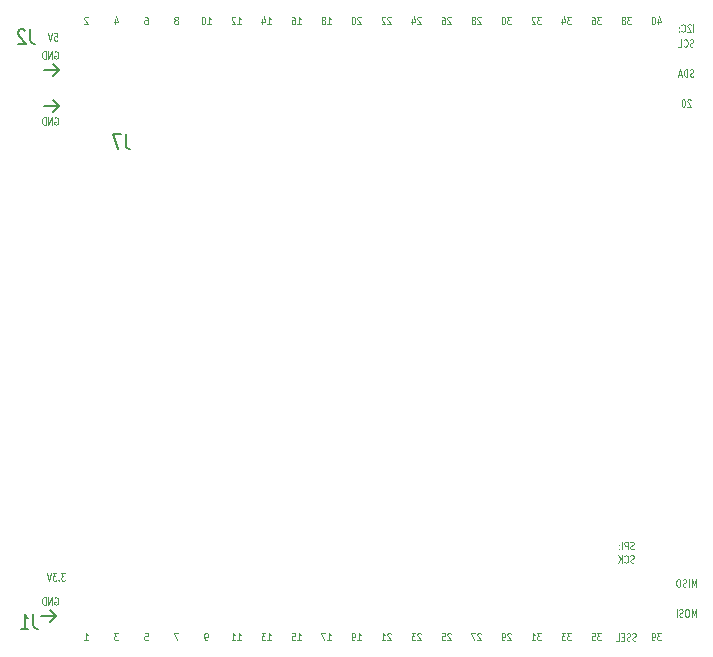
<source format=gbo>
G04 #@! TF.GenerationSoftware,KiCad,Pcbnew,(5.1.0)-1*
G04 #@! TF.CreationDate,2019-11-27T23:02:56+01:00*
G04 #@! TF.ProjectId,Canna,43616e6e-612e-46b6-9963-61645f706362,1*
G04 #@! TF.SameCoordinates,Original*
G04 #@! TF.FileFunction,Legend,Bot*
G04 #@! TF.FilePolarity,Positive*
%FSLAX46Y46*%
G04 Gerber Fmt 4.6, Leading zero omitted, Abs format (unit mm)*
G04 Created by KiCad (PCBNEW (5.1.0)-1) date 2019-11-27 23:02:56*
%MOMM*%
%LPD*%
G04 APERTURE LIST*
%ADD10C,0.101600*%
%ADD11C,0.203200*%
G04 APERTURE END LIST*
D10*
X119222761Y-70264261D02*
X119464666Y-70264261D01*
X119488857Y-70566642D01*
X119464666Y-70536404D01*
X119416285Y-70506166D01*
X119295333Y-70506166D01*
X119246952Y-70536404D01*
X119222761Y-70566642D01*
X119198571Y-70627119D01*
X119198571Y-70778309D01*
X119222761Y-70838785D01*
X119246952Y-70869023D01*
X119295333Y-70899261D01*
X119416285Y-70899261D01*
X119464666Y-70869023D01*
X119488857Y-70838785D01*
X119053428Y-70264261D02*
X118884095Y-70899261D01*
X118714761Y-70264261D01*
X119259047Y-71818500D02*
X119307428Y-71788261D01*
X119380000Y-71788261D01*
X119452571Y-71818500D01*
X119500952Y-71878976D01*
X119525142Y-71939452D01*
X119549333Y-72060404D01*
X119549333Y-72151119D01*
X119525142Y-72272071D01*
X119500952Y-72332547D01*
X119452571Y-72393023D01*
X119380000Y-72423261D01*
X119331619Y-72423261D01*
X119259047Y-72393023D01*
X119234857Y-72362785D01*
X119234857Y-72151119D01*
X119331619Y-72151119D01*
X119017142Y-72423261D02*
X119017142Y-71788261D01*
X118726857Y-72423261D01*
X118726857Y-71788261D01*
X118484952Y-72423261D02*
X118484952Y-71788261D01*
X118364000Y-71788261D01*
X118291428Y-71818500D01*
X118243047Y-71878976D01*
X118218857Y-71939452D01*
X118194666Y-72060404D01*
X118194666Y-72151119D01*
X118218857Y-72272071D01*
X118243047Y-72332547D01*
X118291428Y-72393023D01*
X118364000Y-72423261D01*
X118484952Y-72423261D01*
D11*
X118364000Y-73406000D02*
X119634000Y-73406000D01*
X119634000Y-73406000D02*
X119126000Y-72898000D01*
X119634000Y-73406000D02*
X119126000Y-73914000D01*
X119634000Y-76454000D02*
X118364000Y-76454000D01*
X119634000Y-76454000D02*
X119126000Y-75946000D01*
X119634000Y-76454000D02*
X119126000Y-76962000D01*
D10*
X119259047Y-77406500D02*
X119307428Y-77376261D01*
X119380000Y-77376261D01*
X119452571Y-77406500D01*
X119500952Y-77466976D01*
X119525142Y-77527452D01*
X119549333Y-77648404D01*
X119549333Y-77739119D01*
X119525142Y-77860071D01*
X119500952Y-77920547D01*
X119452571Y-77981023D01*
X119380000Y-78011261D01*
X119331619Y-78011261D01*
X119259047Y-77981023D01*
X119234857Y-77950785D01*
X119234857Y-77739119D01*
X119331619Y-77739119D01*
X119017142Y-78011261D02*
X119017142Y-77376261D01*
X118726857Y-78011261D01*
X118726857Y-77376261D01*
X118484952Y-78011261D02*
X118484952Y-77376261D01*
X118364000Y-77376261D01*
X118291428Y-77406500D01*
X118243047Y-77466976D01*
X118218857Y-77527452D01*
X118194666Y-77648404D01*
X118194666Y-77739119D01*
X118218857Y-77860071D01*
X118243047Y-77920547D01*
X118291428Y-77981023D01*
X118364000Y-78011261D01*
X118484952Y-78011261D01*
X173336857Y-73917023D02*
X173264285Y-73947261D01*
X173143333Y-73947261D01*
X173094952Y-73917023D01*
X173070761Y-73886785D01*
X173046571Y-73826309D01*
X173046571Y-73765833D01*
X173070761Y-73705357D01*
X173094952Y-73675119D01*
X173143333Y-73644880D01*
X173240095Y-73614642D01*
X173288476Y-73584404D01*
X173312666Y-73554166D01*
X173336857Y-73493690D01*
X173336857Y-73433214D01*
X173312666Y-73372738D01*
X173288476Y-73342500D01*
X173240095Y-73312261D01*
X173119142Y-73312261D01*
X173046571Y-73342500D01*
X172828857Y-73947261D02*
X172828857Y-73312261D01*
X172707904Y-73312261D01*
X172635333Y-73342500D01*
X172586952Y-73402976D01*
X172562761Y-73463452D01*
X172538571Y-73584404D01*
X172538571Y-73675119D01*
X172562761Y-73796071D01*
X172586952Y-73856547D01*
X172635333Y-73917023D01*
X172707904Y-73947261D01*
X172828857Y-73947261D01*
X172345047Y-73765833D02*
X172103142Y-73765833D01*
X172393428Y-73947261D02*
X172224095Y-73312261D01*
X172054761Y-73947261D01*
X173324761Y-71377023D02*
X173252190Y-71407261D01*
X173131238Y-71407261D01*
X173082857Y-71377023D01*
X173058666Y-71346785D01*
X173034476Y-71286309D01*
X173034476Y-71225833D01*
X173058666Y-71165357D01*
X173082857Y-71135119D01*
X173131238Y-71104880D01*
X173228000Y-71074642D01*
X173276380Y-71044404D01*
X173300571Y-71014166D01*
X173324761Y-70953690D01*
X173324761Y-70893214D01*
X173300571Y-70832738D01*
X173276380Y-70802500D01*
X173228000Y-70772261D01*
X173107047Y-70772261D01*
X173034476Y-70802500D01*
X172526476Y-71346785D02*
X172550666Y-71377023D01*
X172623238Y-71407261D01*
X172671619Y-71407261D01*
X172744190Y-71377023D01*
X172792571Y-71316547D01*
X172816761Y-71256071D01*
X172840952Y-71135119D01*
X172840952Y-71044404D01*
X172816761Y-70923452D01*
X172792571Y-70862976D01*
X172744190Y-70802500D01*
X172671619Y-70772261D01*
X172623238Y-70772261D01*
X172550666Y-70802500D01*
X172526476Y-70832738D01*
X172066857Y-71407261D02*
X172308761Y-71407261D01*
X172308761Y-70772261D01*
X173336857Y-70137261D02*
X173336857Y-69502261D01*
X173119142Y-69562738D02*
X173094952Y-69532500D01*
X173046571Y-69502261D01*
X172925619Y-69502261D01*
X172877238Y-69532500D01*
X172853047Y-69562738D01*
X172828857Y-69623214D01*
X172828857Y-69683690D01*
X172853047Y-69774404D01*
X173143333Y-70137261D01*
X172828857Y-70137261D01*
X172320857Y-70076785D02*
X172345047Y-70107023D01*
X172417619Y-70137261D01*
X172466000Y-70137261D01*
X172538571Y-70107023D01*
X172586952Y-70046547D01*
X172611142Y-69986071D01*
X172635333Y-69865119D01*
X172635333Y-69774404D01*
X172611142Y-69653452D01*
X172586952Y-69592976D01*
X172538571Y-69532500D01*
X172466000Y-69502261D01*
X172417619Y-69502261D01*
X172345047Y-69532500D01*
X172320857Y-69562738D01*
X172103142Y-70076785D02*
X172078952Y-70107023D01*
X172103142Y-70137261D01*
X172127333Y-70107023D01*
X172103142Y-70076785D01*
X172103142Y-70137261D01*
X172103142Y-69744166D02*
X172078952Y-69774404D01*
X172103142Y-69804642D01*
X172127333Y-69774404D01*
X172103142Y-69744166D01*
X172103142Y-69804642D01*
X173107047Y-75912738D02*
X173082857Y-75882500D01*
X173034476Y-75852261D01*
X172913523Y-75852261D01*
X172865142Y-75882500D01*
X172840952Y-75912738D01*
X172816761Y-75973214D01*
X172816761Y-76033690D01*
X172840952Y-76124404D01*
X173131238Y-76487261D01*
X172816761Y-76487261D01*
X172502285Y-75852261D02*
X172453904Y-75852261D01*
X172405523Y-75882500D01*
X172381333Y-75912738D01*
X172357142Y-75973214D01*
X172332952Y-76094166D01*
X172332952Y-76245357D01*
X172357142Y-76366309D01*
X172381333Y-76426785D01*
X172405523Y-76457023D01*
X172453904Y-76487261D01*
X172502285Y-76487261D01*
X172550666Y-76457023D01*
X172574857Y-76426785D01*
X172599047Y-76366309D01*
X172623238Y-76245357D01*
X172623238Y-76094166D01*
X172599047Y-75973214D01*
X172574857Y-75912738D01*
X172550666Y-75882500D01*
X172502285Y-75852261D01*
X173518285Y-119667261D02*
X173518285Y-119032261D01*
X173348952Y-119485833D01*
X173179619Y-119032261D01*
X173179619Y-119667261D01*
X172840952Y-119032261D02*
X172744190Y-119032261D01*
X172695809Y-119062500D01*
X172647428Y-119122976D01*
X172623238Y-119243928D01*
X172623238Y-119455595D01*
X172647428Y-119576547D01*
X172695809Y-119637023D01*
X172744190Y-119667261D01*
X172840952Y-119667261D01*
X172889333Y-119637023D01*
X172937714Y-119576547D01*
X172961904Y-119455595D01*
X172961904Y-119243928D01*
X172937714Y-119122976D01*
X172889333Y-119062500D01*
X172840952Y-119032261D01*
X172429714Y-119637023D02*
X172357142Y-119667261D01*
X172236190Y-119667261D01*
X172187809Y-119637023D01*
X172163619Y-119606785D01*
X172139428Y-119546309D01*
X172139428Y-119485833D01*
X172163619Y-119425357D01*
X172187809Y-119395119D01*
X172236190Y-119364880D01*
X172332952Y-119334642D01*
X172381333Y-119304404D01*
X172405523Y-119274166D01*
X172429714Y-119213690D01*
X172429714Y-119153214D01*
X172405523Y-119092738D01*
X172381333Y-119062500D01*
X172332952Y-119032261D01*
X172212000Y-119032261D01*
X172139428Y-119062500D01*
X171921714Y-119667261D02*
X171921714Y-119032261D01*
X173518285Y-117127261D02*
X173518285Y-116492261D01*
X173348952Y-116945833D01*
X173179619Y-116492261D01*
X173179619Y-117127261D01*
X172937714Y-117127261D02*
X172937714Y-116492261D01*
X172720000Y-117097023D02*
X172647428Y-117127261D01*
X172526476Y-117127261D01*
X172478095Y-117097023D01*
X172453904Y-117066785D01*
X172429714Y-117006309D01*
X172429714Y-116945833D01*
X172453904Y-116885357D01*
X172478095Y-116855119D01*
X172526476Y-116824880D01*
X172623238Y-116794642D01*
X172671619Y-116764404D01*
X172695809Y-116734166D01*
X172720000Y-116673690D01*
X172720000Y-116613214D01*
X172695809Y-116552738D01*
X172671619Y-116522500D01*
X172623238Y-116492261D01*
X172502285Y-116492261D01*
X172429714Y-116522500D01*
X172115238Y-116492261D02*
X172018476Y-116492261D01*
X171970095Y-116522500D01*
X171921714Y-116582976D01*
X171897523Y-116703928D01*
X171897523Y-116915595D01*
X171921714Y-117036547D01*
X171970095Y-117097023D01*
X172018476Y-117127261D01*
X172115238Y-117127261D01*
X172163619Y-117097023D01*
X172212000Y-117036547D01*
X172236190Y-116915595D01*
X172236190Y-116703928D01*
X172212000Y-116582976D01*
X172163619Y-116522500D01*
X172115238Y-116492261D01*
X168293142Y-115065023D02*
X168220571Y-115095261D01*
X168099619Y-115095261D01*
X168051238Y-115065023D01*
X168027047Y-115034785D01*
X168002857Y-114974309D01*
X168002857Y-114913833D01*
X168027047Y-114853357D01*
X168051238Y-114823119D01*
X168099619Y-114792880D01*
X168196380Y-114762642D01*
X168244761Y-114732404D01*
X168268952Y-114702166D01*
X168293142Y-114641690D01*
X168293142Y-114581214D01*
X168268952Y-114520738D01*
X168244761Y-114490500D01*
X168196380Y-114460261D01*
X168075428Y-114460261D01*
X168002857Y-114490500D01*
X167494857Y-115034785D02*
X167519047Y-115065023D01*
X167591619Y-115095261D01*
X167640000Y-115095261D01*
X167712571Y-115065023D01*
X167760952Y-115004547D01*
X167785142Y-114944071D01*
X167809333Y-114823119D01*
X167809333Y-114732404D01*
X167785142Y-114611452D01*
X167760952Y-114550976D01*
X167712571Y-114490500D01*
X167640000Y-114460261D01*
X167591619Y-114460261D01*
X167519047Y-114490500D01*
X167494857Y-114520738D01*
X167277142Y-115095261D02*
X167277142Y-114460261D01*
X166986857Y-115095261D02*
X167204571Y-114732404D01*
X166986857Y-114460261D02*
X167277142Y-114823119D01*
X168281047Y-113922023D02*
X168208476Y-113952261D01*
X168087523Y-113952261D01*
X168039142Y-113922023D01*
X168014952Y-113891785D01*
X167990761Y-113831309D01*
X167990761Y-113770833D01*
X168014952Y-113710357D01*
X168039142Y-113680119D01*
X168087523Y-113649880D01*
X168184285Y-113619642D01*
X168232666Y-113589404D01*
X168256857Y-113559166D01*
X168281047Y-113498690D01*
X168281047Y-113438214D01*
X168256857Y-113377738D01*
X168232666Y-113347500D01*
X168184285Y-113317261D01*
X168063333Y-113317261D01*
X167990761Y-113347500D01*
X167773047Y-113952261D02*
X167773047Y-113317261D01*
X167579523Y-113317261D01*
X167531142Y-113347500D01*
X167506952Y-113377738D01*
X167482761Y-113438214D01*
X167482761Y-113528928D01*
X167506952Y-113589404D01*
X167531142Y-113619642D01*
X167579523Y-113649880D01*
X167773047Y-113649880D01*
X167265047Y-113952261D02*
X167265047Y-113317261D01*
X167023142Y-113891785D02*
X166998952Y-113922023D01*
X167023142Y-113952261D01*
X167047333Y-113922023D01*
X167023142Y-113891785D01*
X167023142Y-113952261D01*
X167023142Y-113559166D02*
X166998952Y-113589404D01*
X167023142Y-113619642D01*
X167047333Y-113589404D01*
X167023142Y-113559166D01*
X167023142Y-113619642D01*
X119259047Y-118046500D02*
X119307428Y-118016261D01*
X119380000Y-118016261D01*
X119452571Y-118046500D01*
X119500952Y-118106976D01*
X119525142Y-118167452D01*
X119549333Y-118288404D01*
X119549333Y-118379119D01*
X119525142Y-118500071D01*
X119500952Y-118560547D01*
X119452571Y-118621023D01*
X119380000Y-118651261D01*
X119331619Y-118651261D01*
X119259047Y-118621023D01*
X119234857Y-118590785D01*
X119234857Y-118379119D01*
X119331619Y-118379119D01*
X119017142Y-118651261D02*
X119017142Y-118016261D01*
X118726857Y-118651261D01*
X118726857Y-118016261D01*
X118484952Y-118651261D02*
X118484952Y-118016261D01*
X118364000Y-118016261D01*
X118291428Y-118046500D01*
X118243047Y-118106976D01*
X118218857Y-118167452D01*
X118194666Y-118288404D01*
X118194666Y-118379119D01*
X118218857Y-118500071D01*
X118243047Y-118560547D01*
X118291428Y-118621023D01*
X118364000Y-118651261D01*
X118484952Y-118651261D01*
X120129904Y-115984261D02*
X119815428Y-115984261D01*
X119984761Y-116226166D01*
X119912190Y-116226166D01*
X119863809Y-116256404D01*
X119839619Y-116286642D01*
X119815428Y-116347119D01*
X119815428Y-116498309D01*
X119839619Y-116558785D01*
X119863809Y-116589023D01*
X119912190Y-116619261D01*
X120057333Y-116619261D01*
X120105714Y-116589023D01*
X120129904Y-116558785D01*
X119597714Y-116558785D02*
X119573523Y-116589023D01*
X119597714Y-116619261D01*
X119621904Y-116589023D01*
X119597714Y-116558785D01*
X119597714Y-116619261D01*
X119404190Y-115984261D02*
X119089714Y-115984261D01*
X119259047Y-116226166D01*
X119186476Y-116226166D01*
X119138095Y-116256404D01*
X119113904Y-116286642D01*
X119089714Y-116347119D01*
X119089714Y-116498309D01*
X119113904Y-116558785D01*
X119138095Y-116589023D01*
X119186476Y-116619261D01*
X119331619Y-116619261D01*
X119380000Y-116589023D01*
X119404190Y-116558785D01*
X118944571Y-115984261D02*
X118775238Y-116619261D01*
X118605904Y-115984261D01*
D11*
X119380000Y-119634000D02*
X118110000Y-119634000D01*
X119380000Y-119634000D02*
X118872000Y-119126000D01*
X119380000Y-119634000D02*
X118872000Y-120142000D01*
D10*
X121774857Y-121661161D02*
X122065142Y-121661161D01*
X121920000Y-121661161D02*
X121920000Y-121026161D01*
X121968380Y-121116876D01*
X122016761Y-121177352D01*
X122065142Y-121207590D01*
D11*
X117432666Y-119446523D02*
X117432666Y-120353666D01*
X117481047Y-120535095D01*
X117577809Y-120656047D01*
X117722952Y-120716523D01*
X117819714Y-120716523D01*
X116416666Y-120716523D02*
X116997238Y-120716523D01*
X116706952Y-120716523D02*
X116706952Y-119446523D01*
X116803714Y-119627952D01*
X116900476Y-119748904D01*
X116997238Y-119809380D01*
X125258666Y-78806523D02*
X125258666Y-79713666D01*
X125307047Y-79895095D01*
X125403809Y-80016047D01*
X125548952Y-80076523D01*
X125645714Y-80076523D01*
X124871619Y-78806523D02*
X124194285Y-78806523D01*
X124629714Y-80076523D01*
X117178666Y-69916523D02*
X117178666Y-70823666D01*
X117227047Y-71005095D01*
X117323809Y-71126047D01*
X117468952Y-71186523D01*
X117565714Y-71186523D01*
X116743238Y-70037476D02*
X116694857Y-69977000D01*
X116598095Y-69916523D01*
X116356190Y-69916523D01*
X116259428Y-69977000D01*
X116211047Y-70037476D01*
X116162666Y-70158428D01*
X116162666Y-70279380D01*
X116211047Y-70460809D01*
X116791619Y-71186523D01*
X116162666Y-71186523D01*
D10*
X122065142Y-68927738D02*
X122040952Y-68897500D01*
X121992571Y-68867261D01*
X121871619Y-68867261D01*
X121823238Y-68897500D01*
X121799047Y-68927738D01*
X121774857Y-68988214D01*
X121774857Y-69048690D01*
X121799047Y-69139404D01*
X122089333Y-69502261D01*
X121774857Y-69502261D01*
X124363238Y-69078928D02*
X124363238Y-69502261D01*
X124484190Y-68837023D02*
X124605142Y-69290595D01*
X124290666Y-69290595D01*
X126903238Y-68867261D02*
X127000000Y-68867261D01*
X127048380Y-68897500D01*
X127072571Y-68927738D01*
X127120952Y-69018452D01*
X127145142Y-69139404D01*
X127145142Y-69381309D01*
X127120952Y-69441785D01*
X127096761Y-69472023D01*
X127048380Y-69502261D01*
X126951619Y-69502261D01*
X126903238Y-69472023D01*
X126879047Y-69441785D01*
X126854857Y-69381309D01*
X126854857Y-69230119D01*
X126879047Y-69169642D01*
X126903238Y-69139404D01*
X126951619Y-69109166D01*
X127048380Y-69109166D01*
X127096761Y-69139404D01*
X127120952Y-69169642D01*
X127145142Y-69230119D01*
X129588380Y-69139404D02*
X129636761Y-69109166D01*
X129660952Y-69078928D01*
X129685142Y-69018452D01*
X129685142Y-68988214D01*
X129660952Y-68927738D01*
X129636761Y-68897500D01*
X129588380Y-68867261D01*
X129491619Y-68867261D01*
X129443238Y-68897500D01*
X129419047Y-68927738D01*
X129394857Y-68988214D01*
X129394857Y-69018452D01*
X129419047Y-69078928D01*
X129443238Y-69109166D01*
X129491619Y-69139404D01*
X129588380Y-69139404D01*
X129636761Y-69169642D01*
X129660952Y-69199880D01*
X129685142Y-69260357D01*
X129685142Y-69381309D01*
X129660952Y-69441785D01*
X129636761Y-69472023D01*
X129588380Y-69502261D01*
X129491619Y-69502261D01*
X129443238Y-69472023D01*
X129419047Y-69441785D01*
X129394857Y-69381309D01*
X129394857Y-69260357D01*
X129419047Y-69199880D01*
X129443238Y-69169642D01*
X129491619Y-69139404D01*
X132176761Y-69502261D02*
X132467047Y-69502261D01*
X132321904Y-69502261D02*
X132321904Y-68867261D01*
X132370285Y-68957976D01*
X132418666Y-69018452D01*
X132467047Y-69048690D01*
X131862285Y-68867261D02*
X131813904Y-68867261D01*
X131765523Y-68897500D01*
X131741333Y-68927738D01*
X131717142Y-68988214D01*
X131692952Y-69109166D01*
X131692952Y-69260357D01*
X131717142Y-69381309D01*
X131741333Y-69441785D01*
X131765523Y-69472023D01*
X131813904Y-69502261D01*
X131862285Y-69502261D01*
X131910666Y-69472023D01*
X131934857Y-69441785D01*
X131959047Y-69381309D01*
X131983238Y-69260357D01*
X131983238Y-69109166D01*
X131959047Y-68988214D01*
X131934857Y-68927738D01*
X131910666Y-68897500D01*
X131862285Y-68867261D01*
X134716761Y-69502261D02*
X135007047Y-69502261D01*
X134861904Y-69502261D02*
X134861904Y-68867261D01*
X134910285Y-68957976D01*
X134958666Y-69018452D01*
X135007047Y-69048690D01*
X134523238Y-68927738D02*
X134499047Y-68897500D01*
X134450666Y-68867261D01*
X134329714Y-68867261D01*
X134281333Y-68897500D01*
X134257142Y-68927738D01*
X134232952Y-68988214D01*
X134232952Y-69048690D01*
X134257142Y-69139404D01*
X134547428Y-69502261D01*
X134232952Y-69502261D01*
X137256761Y-69502261D02*
X137547047Y-69502261D01*
X137401904Y-69502261D02*
X137401904Y-68867261D01*
X137450285Y-68957976D01*
X137498666Y-69018452D01*
X137547047Y-69048690D01*
X136821333Y-69078928D02*
X136821333Y-69502261D01*
X136942285Y-68837023D02*
X137063238Y-69290595D01*
X136748761Y-69290595D01*
X139796761Y-69502261D02*
X140087047Y-69502261D01*
X139941904Y-69502261D02*
X139941904Y-68867261D01*
X139990285Y-68957976D01*
X140038666Y-69018452D01*
X140087047Y-69048690D01*
X139361333Y-68867261D02*
X139458095Y-68867261D01*
X139506476Y-68897500D01*
X139530666Y-68927738D01*
X139579047Y-69018452D01*
X139603238Y-69139404D01*
X139603238Y-69381309D01*
X139579047Y-69441785D01*
X139554857Y-69472023D01*
X139506476Y-69502261D01*
X139409714Y-69502261D01*
X139361333Y-69472023D01*
X139337142Y-69441785D01*
X139312952Y-69381309D01*
X139312952Y-69230119D01*
X139337142Y-69169642D01*
X139361333Y-69139404D01*
X139409714Y-69109166D01*
X139506476Y-69109166D01*
X139554857Y-69139404D01*
X139579047Y-69169642D01*
X139603238Y-69230119D01*
X142336761Y-69502261D02*
X142627047Y-69502261D01*
X142481904Y-69502261D02*
X142481904Y-68867261D01*
X142530285Y-68957976D01*
X142578666Y-69018452D01*
X142627047Y-69048690D01*
X142046476Y-69139404D02*
X142094857Y-69109166D01*
X142119047Y-69078928D01*
X142143238Y-69018452D01*
X142143238Y-68988214D01*
X142119047Y-68927738D01*
X142094857Y-68897500D01*
X142046476Y-68867261D01*
X141949714Y-68867261D01*
X141901333Y-68897500D01*
X141877142Y-68927738D01*
X141852952Y-68988214D01*
X141852952Y-69018452D01*
X141877142Y-69078928D01*
X141901333Y-69109166D01*
X141949714Y-69139404D01*
X142046476Y-69139404D01*
X142094857Y-69169642D01*
X142119047Y-69199880D01*
X142143238Y-69260357D01*
X142143238Y-69381309D01*
X142119047Y-69441785D01*
X142094857Y-69472023D01*
X142046476Y-69502261D01*
X141949714Y-69502261D01*
X141901333Y-69472023D01*
X141877142Y-69441785D01*
X141852952Y-69381309D01*
X141852952Y-69260357D01*
X141877142Y-69199880D01*
X141901333Y-69169642D01*
X141949714Y-69139404D01*
X145167047Y-68927738D02*
X145142857Y-68897500D01*
X145094476Y-68867261D01*
X144973523Y-68867261D01*
X144925142Y-68897500D01*
X144900952Y-68927738D01*
X144876761Y-68988214D01*
X144876761Y-69048690D01*
X144900952Y-69139404D01*
X145191238Y-69502261D01*
X144876761Y-69502261D01*
X144562285Y-68867261D02*
X144513904Y-68867261D01*
X144465523Y-68897500D01*
X144441333Y-68927738D01*
X144417142Y-68988214D01*
X144392952Y-69109166D01*
X144392952Y-69260357D01*
X144417142Y-69381309D01*
X144441333Y-69441785D01*
X144465523Y-69472023D01*
X144513904Y-69502261D01*
X144562285Y-69502261D01*
X144610666Y-69472023D01*
X144634857Y-69441785D01*
X144659047Y-69381309D01*
X144683238Y-69260357D01*
X144683238Y-69109166D01*
X144659047Y-68988214D01*
X144634857Y-68927738D01*
X144610666Y-68897500D01*
X144562285Y-68867261D01*
X147707047Y-68927738D02*
X147682857Y-68897500D01*
X147634476Y-68867261D01*
X147513523Y-68867261D01*
X147465142Y-68897500D01*
X147440952Y-68927738D01*
X147416761Y-68988214D01*
X147416761Y-69048690D01*
X147440952Y-69139404D01*
X147731238Y-69502261D01*
X147416761Y-69502261D01*
X147223238Y-68927738D02*
X147199047Y-68897500D01*
X147150666Y-68867261D01*
X147029714Y-68867261D01*
X146981333Y-68897500D01*
X146957142Y-68927738D01*
X146932952Y-68988214D01*
X146932952Y-69048690D01*
X146957142Y-69139404D01*
X147247428Y-69502261D01*
X146932952Y-69502261D01*
X150247047Y-68927738D02*
X150222857Y-68897500D01*
X150174476Y-68867261D01*
X150053523Y-68867261D01*
X150005142Y-68897500D01*
X149980952Y-68927738D01*
X149956761Y-68988214D01*
X149956761Y-69048690D01*
X149980952Y-69139404D01*
X150271238Y-69502261D01*
X149956761Y-69502261D01*
X149521333Y-69078928D02*
X149521333Y-69502261D01*
X149642285Y-68837023D02*
X149763238Y-69290595D01*
X149448761Y-69290595D01*
X152787047Y-68927738D02*
X152762857Y-68897500D01*
X152714476Y-68867261D01*
X152593523Y-68867261D01*
X152545142Y-68897500D01*
X152520952Y-68927738D01*
X152496761Y-68988214D01*
X152496761Y-69048690D01*
X152520952Y-69139404D01*
X152811238Y-69502261D01*
X152496761Y-69502261D01*
X152061333Y-68867261D02*
X152158095Y-68867261D01*
X152206476Y-68897500D01*
X152230666Y-68927738D01*
X152279047Y-69018452D01*
X152303238Y-69139404D01*
X152303238Y-69381309D01*
X152279047Y-69441785D01*
X152254857Y-69472023D01*
X152206476Y-69502261D01*
X152109714Y-69502261D01*
X152061333Y-69472023D01*
X152037142Y-69441785D01*
X152012952Y-69381309D01*
X152012952Y-69230119D01*
X152037142Y-69169642D01*
X152061333Y-69139404D01*
X152109714Y-69109166D01*
X152206476Y-69109166D01*
X152254857Y-69139404D01*
X152279047Y-69169642D01*
X152303238Y-69230119D01*
X155327047Y-68927738D02*
X155302857Y-68897500D01*
X155254476Y-68867261D01*
X155133523Y-68867261D01*
X155085142Y-68897500D01*
X155060952Y-68927738D01*
X155036761Y-68988214D01*
X155036761Y-69048690D01*
X155060952Y-69139404D01*
X155351238Y-69502261D01*
X155036761Y-69502261D01*
X154746476Y-69139404D02*
X154794857Y-69109166D01*
X154819047Y-69078928D01*
X154843238Y-69018452D01*
X154843238Y-68988214D01*
X154819047Y-68927738D01*
X154794857Y-68897500D01*
X154746476Y-68867261D01*
X154649714Y-68867261D01*
X154601333Y-68897500D01*
X154577142Y-68927738D01*
X154552952Y-68988214D01*
X154552952Y-69018452D01*
X154577142Y-69078928D01*
X154601333Y-69109166D01*
X154649714Y-69139404D01*
X154746476Y-69139404D01*
X154794857Y-69169642D01*
X154819047Y-69199880D01*
X154843238Y-69260357D01*
X154843238Y-69381309D01*
X154819047Y-69441785D01*
X154794857Y-69472023D01*
X154746476Y-69502261D01*
X154649714Y-69502261D01*
X154601333Y-69472023D01*
X154577142Y-69441785D01*
X154552952Y-69381309D01*
X154552952Y-69260357D01*
X154577142Y-69199880D01*
X154601333Y-69169642D01*
X154649714Y-69139404D01*
X157891238Y-68867261D02*
X157576761Y-68867261D01*
X157746095Y-69109166D01*
X157673523Y-69109166D01*
X157625142Y-69139404D01*
X157600952Y-69169642D01*
X157576761Y-69230119D01*
X157576761Y-69381309D01*
X157600952Y-69441785D01*
X157625142Y-69472023D01*
X157673523Y-69502261D01*
X157818666Y-69502261D01*
X157867047Y-69472023D01*
X157891238Y-69441785D01*
X157262285Y-68867261D02*
X157213904Y-68867261D01*
X157165523Y-68897500D01*
X157141333Y-68927738D01*
X157117142Y-68988214D01*
X157092952Y-69109166D01*
X157092952Y-69260357D01*
X157117142Y-69381309D01*
X157141333Y-69441785D01*
X157165523Y-69472023D01*
X157213904Y-69502261D01*
X157262285Y-69502261D01*
X157310666Y-69472023D01*
X157334857Y-69441785D01*
X157359047Y-69381309D01*
X157383238Y-69260357D01*
X157383238Y-69109166D01*
X157359047Y-68988214D01*
X157334857Y-68927738D01*
X157310666Y-68897500D01*
X157262285Y-68867261D01*
X160431238Y-68867261D02*
X160116761Y-68867261D01*
X160286095Y-69109166D01*
X160213523Y-69109166D01*
X160165142Y-69139404D01*
X160140952Y-69169642D01*
X160116761Y-69230119D01*
X160116761Y-69381309D01*
X160140952Y-69441785D01*
X160165142Y-69472023D01*
X160213523Y-69502261D01*
X160358666Y-69502261D01*
X160407047Y-69472023D01*
X160431238Y-69441785D01*
X159923238Y-68927738D02*
X159899047Y-68897500D01*
X159850666Y-68867261D01*
X159729714Y-68867261D01*
X159681333Y-68897500D01*
X159657142Y-68927738D01*
X159632952Y-68988214D01*
X159632952Y-69048690D01*
X159657142Y-69139404D01*
X159947428Y-69502261D01*
X159632952Y-69502261D01*
X162971238Y-68867261D02*
X162656761Y-68867261D01*
X162826095Y-69109166D01*
X162753523Y-69109166D01*
X162705142Y-69139404D01*
X162680952Y-69169642D01*
X162656761Y-69230119D01*
X162656761Y-69381309D01*
X162680952Y-69441785D01*
X162705142Y-69472023D01*
X162753523Y-69502261D01*
X162898666Y-69502261D01*
X162947047Y-69472023D01*
X162971238Y-69441785D01*
X162221333Y-69078928D02*
X162221333Y-69502261D01*
X162342285Y-68837023D02*
X162463238Y-69290595D01*
X162148761Y-69290595D01*
X165511238Y-68867261D02*
X165196761Y-68867261D01*
X165366095Y-69109166D01*
X165293523Y-69109166D01*
X165245142Y-69139404D01*
X165220952Y-69169642D01*
X165196761Y-69230119D01*
X165196761Y-69381309D01*
X165220952Y-69441785D01*
X165245142Y-69472023D01*
X165293523Y-69502261D01*
X165438666Y-69502261D01*
X165487047Y-69472023D01*
X165511238Y-69441785D01*
X164761333Y-68867261D02*
X164858095Y-68867261D01*
X164906476Y-68897500D01*
X164930666Y-68927738D01*
X164979047Y-69018452D01*
X165003238Y-69139404D01*
X165003238Y-69381309D01*
X164979047Y-69441785D01*
X164954857Y-69472023D01*
X164906476Y-69502261D01*
X164809714Y-69502261D01*
X164761333Y-69472023D01*
X164737142Y-69441785D01*
X164712952Y-69381309D01*
X164712952Y-69230119D01*
X164737142Y-69169642D01*
X164761333Y-69139404D01*
X164809714Y-69109166D01*
X164906476Y-69109166D01*
X164954857Y-69139404D01*
X164979047Y-69169642D01*
X165003238Y-69230119D01*
X168051238Y-68867261D02*
X167736761Y-68867261D01*
X167906095Y-69109166D01*
X167833523Y-69109166D01*
X167785142Y-69139404D01*
X167760952Y-69169642D01*
X167736761Y-69230119D01*
X167736761Y-69381309D01*
X167760952Y-69441785D01*
X167785142Y-69472023D01*
X167833523Y-69502261D01*
X167978666Y-69502261D01*
X168027047Y-69472023D01*
X168051238Y-69441785D01*
X167446476Y-69139404D02*
X167494857Y-69109166D01*
X167519047Y-69078928D01*
X167543238Y-69018452D01*
X167543238Y-68988214D01*
X167519047Y-68927738D01*
X167494857Y-68897500D01*
X167446476Y-68867261D01*
X167349714Y-68867261D01*
X167301333Y-68897500D01*
X167277142Y-68927738D01*
X167252952Y-68988214D01*
X167252952Y-69018452D01*
X167277142Y-69078928D01*
X167301333Y-69109166D01*
X167349714Y-69139404D01*
X167446476Y-69139404D01*
X167494857Y-69169642D01*
X167519047Y-69199880D01*
X167543238Y-69260357D01*
X167543238Y-69381309D01*
X167519047Y-69441785D01*
X167494857Y-69472023D01*
X167446476Y-69502261D01*
X167349714Y-69502261D01*
X167301333Y-69472023D01*
X167277142Y-69441785D01*
X167252952Y-69381309D01*
X167252952Y-69260357D01*
X167277142Y-69199880D01*
X167301333Y-69169642D01*
X167349714Y-69139404D01*
X170325142Y-69078928D02*
X170325142Y-69502261D01*
X170446095Y-68837023D02*
X170567047Y-69290595D01*
X170252571Y-69290595D01*
X169962285Y-68867261D02*
X169913904Y-68867261D01*
X169865523Y-68897500D01*
X169841333Y-68927738D01*
X169817142Y-68988214D01*
X169792952Y-69109166D01*
X169792952Y-69260357D01*
X169817142Y-69381309D01*
X169841333Y-69441785D01*
X169865523Y-69472023D01*
X169913904Y-69502261D01*
X169962285Y-69502261D01*
X170010666Y-69472023D01*
X170034857Y-69441785D01*
X170059047Y-69381309D01*
X170083238Y-69260357D01*
X170083238Y-69109166D01*
X170059047Y-68988214D01*
X170034857Y-68927738D01*
X170010666Y-68897500D01*
X169962285Y-68867261D01*
X168462476Y-121669023D02*
X168389904Y-121699261D01*
X168268952Y-121699261D01*
X168220571Y-121669023D01*
X168196380Y-121638785D01*
X168172190Y-121578309D01*
X168172190Y-121517833D01*
X168196380Y-121457357D01*
X168220571Y-121427119D01*
X168268952Y-121396880D01*
X168365714Y-121366642D01*
X168414095Y-121336404D01*
X168438285Y-121306166D01*
X168462476Y-121245690D01*
X168462476Y-121185214D01*
X168438285Y-121124738D01*
X168414095Y-121094500D01*
X168365714Y-121064261D01*
X168244761Y-121064261D01*
X168172190Y-121094500D01*
X167978666Y-121669023D02*
X167906095Y-121699261D01*
X167785142Y-121699261D01*
X167736761Y-121669023D01*
X167712571Y-121638785D01*
X167688380Y-121578309D01*
X167688380Y-121517833D01*
X167712571Y-121457357D01*
X167736761Y-121427119D01*
X167785142Y-121396880D01*
X167881904Y-121366642D01*
X167930285Y-121336404D01*
X167954476Y-121306166D01*
X167978666Y-121245690D01*
X167978666Y-121185214D01*
X167954476Y-121124738D01*
X167930285Y-121094500D01*
X167881904Y-121064261D01*
X167760952Y-121064261D01*
X167688380Y-121094500D01*
X167470666Y-121366642D02*
X167301333Y-121366642D01*
X167228761Y-121699261D02*
X167470666Y-121699261D01*
X167470666Y-121064261D01*
X167228761Y-121064261D01*
X166769142Y-121699261D02*
X167011047Y-121699261D01*
X167011047Y-121064261D01*
X124629333Y-121026161D02*
X124314857Y-121026161D01*
X124484190Y-121268066D01*
X124411619Y-121268066D01*
X124363238Y-121298304D01*
X124339047Y-121328542D01*
X124314857Y-121389019D01*
X124314857Y-121540209D01*
X124339047Y-121600685D01*
X124363238Y-121630923D01*
X124411619Y-121661161D01*
X124556761Y-121661161D01*
X124605142Y-121630923D01*
X124629333Y-121600685D01*
X126879047Y-121026161D02*
X127120952Y-121026161D01*
X127145142Y-121328542D01*
X127120952Y-121298304D01*
X127072571Y-121268066D01*
X126951619Y-121268066D01*
X126903238Y-121298304D01*
X126879047Y-121328542D01*
X126854857Y-121389019D01*
X126854857Y-121540209D01*
X126879047Y-121600685D01*
X126903238Y-121630923D01*
X126951619Y-121661161D01*
X127072571Y-121661161D01*
X127120952Y-121630923D01*
X127145142Y-121600685D01*
X129709333Y-121026161D02*
X129370666Y-121026161D01*
X129588380Y-121661161D01*
X132176761Y-121661161D02*
X132080000Y-121661161D01*
X132031619Y-121630923D01*
X132007428Y-121600685D01*
X131959047Y-121509971D01*
X131934857Y-121389019D01*
X131934857Y-121147114D01*
X131959047Y-121086638D01*
X131983238Y-121056400D01*
X132031619Y-121026161D01*
X132128380Y-121026161D01*
X132176761Y-121056400D01*
X132200952Y-121086638D01*
X132225142Y-121147114D01*
X132225142Y-121298304D01*
X132200952Y-121358780D01*
X132176761Y-121389019D01*
X132128380Y-121419257D01*
X132031619Y-121419257D01*
X131983238Y-121389019D01*
X131959047Y-121358780D01*
X131934857Y-121298304D01*
X134716761Y-121661161D02*
X135007047Y-121661161D01*
X134861904Y-121661161D02*
X134861904Y-121026161D01*
X134910285Y-121116876D01*
X134958666Y-121177352D01*
X135007047Y-121207590D01*
X134232952Y-121661161D02*
X134523238Y-121661161D01*
X134378095Y-121661161D02*
X134378095Y-121026161D01*
X134426476Y-121116876D01*
X134474857Y-121177352D01*
X134523238Y-121207590D01*
X137256761Y-121661161D02*
X137547047Y-121661161D01*
X137401904Y-121661161D02*
X137401904Y-121026161D01*
X137450285Y-121116876D01*
X137498666Y-121177352D01*
X137547047Y-121207590D01*
X137087428Y-121026161D02*
X136772952Y-121026161D01*
X136942285Y-121268066D01*
X136869714Y-121268066D01*
X136821333Y-121298304D01*
X136797142Y-121328542D01*
X136772952Y-121389019D01*
X136772952Y-121540209D01*
X136797142Y-121600685D01*
X136821333Y-121630923D01*
X136869714Y-121661161D01*
X137014857Y-121661161D01*
X137063238Y-121630923D01*
X137087428Y-121600685D01*
X139796761Y-121661161D02*
X140087047Y-121661161D01*
X139941904Y-121661161D02*
X139941904Y-121026161D01*
X139990285Y-121116876D01*
X140038666Y-121177352D01*
X140087047Y-121207590D01*
X139337142Y-121026161D02*
X139579047Y-121026161D01*
X139603238Y-121328542D01*
X139579047Y-121298304D01*
X139530666Y-121268066D01*
X139409714Y-121268066D01*
X139361333Y-121298304D01*
X139337142Y-121328542D01*
X139312952Y-121389019D01*
X139312952Y-121540209D01*
X139337142Y-121600685D01*
X139361333Y-121630923D01*
X139409714Y-121661161D01*
X139530666Y-121661161D01*
X139579047Y-121630923D01*
X139603238Y-121600685D01*
X142336761Y-121661161D02*
X142627047Y-121661161D01*
X142481904Y-121661161D02*
X142481904Y-121026161D01*
X142530285Y-121116876D01*
X142578666Y-121177352D01*
X142627047Y-121207590D01*
X142167428Y-121026161D02*
X141828761Y-121026161D01*
X142046476Y-121661161D01*
X144876761Y-121661161D02*
X145167047Y-121661161D01*
X145021904Y-121661161D02*
X145021904Y-121026161D01*
X145070285Y-121116876D01*
X145118666Y-121177352D01*
X145167047Y-121207590D01*
X144634857Y-121661161D02*
X144538095Y-121661161D01*
X144489714Y-121630923D01*
X144465523Y-121600685D01*
X144417142Y-121509971D01*
X144392952Y-121389019D01*
X144392952Y-121147114D01*
X144417142Y-121086638D01*
X144441333Y-121056400D01*
X144489714Y-121026161D01*
X144586476Y-121026161D01*
X144634857Y-121056400D01*
X144659047Y-121086638D01*
X144683238Y-121147114D01*
X144683238Y-121298304D01*
X144659047Y-121358780D01*
X144634857Y-121389019D01*
X144586476Y-121419257D01*
X144489714Y-121419257D01*
X144441333Y-121389019D01*
X144417142Y-121358780D01*
X144392952Y-121298304D01*
X147707047Y-121086638D02*
X147682857Y-121056400D01*
X147634476Y-121026161D01*
X147513523Y-121026161D01*
X147465142Y-121056400D01*
X147440952Y-121086638D01*
X147416761Y-121147114D01*
X147416761Y-121207590D01*
X147440952Y-121298304D01*
X147731238Y-121661161D01*
X147416761Y-121661161D01*
X146932952Y-121661161D02*
X147223238Y-121661161D01*
X147078095Y-121661161D02*
X147078095Y-121026161D01*
X147126476Y-121116876D01*
X147174857Y-121177352D01*
X147223238Y-121207590D01*
X150247047Y-121086638D02*
X150222857Y-121056400D01*
X150174476Y-121026161D01*
X150053523Y-121026161D01*
X150005142Y-121056400D01*
X149980952Y-121086638D01*
X149956761Y-121147114D01*
X149956761Y-121207590D01*
X149980952Y-121298304D01*
X150271238Y-121661161D01*
X149956761Y-121661161D01*
X149787428Y-121026161D02*
X149472952Y-121026161D01*
X149642285Y-121268066D01*
X149569714Y-121268066D01*
X149521333Y-121298304D01*
X149497142Y-121328542D01*
X149472952Y-121389019D01*
X149472952Y-121540209D01*
X149497142Y-121600685D01*
X149521333Y-121630923D01*
X149569714Y-121661161D01*
X149714857Y-121661161D01*
X149763238Y-121630923D01*
X149787428Y-121600685D01*
X152787047Y-121086638D02*
X152762857Y-121056400D01*
X152714476Y-121026161D01*
X152593523Y-121026161D01*
X152545142Y-121056400D01*
X152520952Y-121086638D01*
X152496761Y-121147114D01*
X152496761Y-121207590D01*
X152520952Y-121298304D01*
X152811238Y-121661161D01*
X152496761Y-121661161D01*
X152037142Y-121026161D02*
X152279047Y-121026161D01*
X152303238Y-121328542D01*
X152279047Y-121298304D01*
X152230666Y-121268066D01*
X152109714Y-121268066D01*
X152061333Y-121298304D01*
X152037142Y-121328542D01*
X152012952Y-121389019D01*
X152012952Y-121540209D01*
X152037142Y-121600685D01*
X152061333Y-121630923D01*
X152109714Y-121661161D01*
X152230666Y-121661161D01*
X152279047Y-121630923D01*
X152303238Y-121600685D01*
X155327047Y-121086638D02*
X155302857Y-121056400D01*
X155254476Y-121026161D01*
X155133523Y-121026161D01*
X155085142Y-121056400D01*
X155060952Y-121086638D01*
X155036761Y-121147114D01*
X155036761Y-121207590D01*
X155060952Y-121298304D01*
X155351238Y-121661161D01*
X155036761Y-121661161D01*
X154867428Y-121026161D02*
X154528761Y-121026161D01*
X154746476Y-121661161D01*
X157867047Y-121086638D02*
X157842857Y-121056400D01*
X157794476Y-121026161D01*
X157673523Y-121026161D01*
X157625142Y-121056400D01*
X157600952Y-121086638D01*
X157576761Y-121147114D01*
X157576761Y-121207590D01*
X157600952Y-121298304D01*
X157891238Y-121661161D01*
X157576761Y-121661161D01*
X157334857Y-121661161D02*
X157238095Y-121661161D01*
X157189714Y-121630923D01*
X157165523Y-121600685D01*
X157117142Y-121509971D01*
X157092952Y-121389019D01*
X157092952Y-121147114D01*
X157117142Y-121086638D01*
X157141333Y-121056400D01*
X157189714Y-121026161D01*
X157286476Y-121026161D01*
X157334857Y-121056400D01*
X157359047Y-121086638D01*
X157383238Y-121147114D01*
X157383238Y-121298304D01*
X157359047Y-121358780D01*
X157334857Y-121389019D01*
X157286476Y-121419257D01*
X157189714Y-121419257D01*
X157141333Y-121389019D01*
X157117142Y-121358780D01*
X157092952Y-121298304D01*
X160431238Y-121026161D02*
X160116761Y-121026161D01*
X160286095Y-121268066D01*
X160213523Y-121268066D01*
X160165142Y-121298304D01*
X160140952Y-121328542D01*
X160116761Y-121389019D01*
X160116761Y-121540209D01*
X160140952Y-121600685D01*
X160165142Y-121630923D01*
X160213523Y-121661161D01*
X160358666Y-121661161D01*
X160407047Y-121630923D01*
X160431238Y-121600685D01*
X159632952Y-121661161D02*
X159923238Y-121661161D01*
X159778095Y-121661161D02*
X159778095Y-121026161D01*
X159826476Y-121116876D01*
X159874857Y-121177352D01*
X159923238Y-121207590D01*
X162971238Y-121026161D02*
X162656761Y-121026161D01*
X162826095Y-121268066D01*
X162753523Y-121268066D01*
X162705142Y-121298304D01*
X162680952Y-121328542D01*
X162656761Y-121389019D01*
X162656761Y-121540209D01*
X162680952Y-121600685D01*
X162705142Y-121630923D01*
X162753523Y-121661161D01*
X162898666Y-121661161D01*
X162947047Y-121630923D01*
X162971238Y-121600685D01*
X162487428Y-121026161D02*
X162172952Y-121026161D01*
X162342285Y-121268066D01*
X162269714Y-121268066D01*
X162221333Y-121298304D01*
X162197142Y-121328542D01*
X162172952Y-121389019D01*
X162172952Y-121540209D01*
X162197142Y-121600685D01*
X162221333Y-121630923D01*
X162269714Y-121661161D01*
X162414857Y-121661161D01*
X162463238Y-121630923D01*
X162487428Y-121600685D01*
X165511238Y-121026161D02*
X165196761Y-121026161D01*
X165366095Y-121268066D01*
X165293523Y-121268066D01*
X165245142Y-121298304D01*
X165220952Y-121328542D01*
X165196761Y-121389019D01*
X165196761Y-121540209D01*
X165220952Y-121600685D01*
X165245142Y-121630923D01*
X165293523Y-121661161D01*
X165438666Y-121661161D01*
X165487047Y-121630923D01*
X165511238Y-121600685D01*
X164737142Y-121026161D02*
X164979047Y-121026161D01*
X165003238Y-121328542D01*
X164979047Y-121298304D01*
X164930666Y-121268066D01*
X164809714Y-121268066D01*
X164761333Y-121298304D01*
X164737142Y-121328542D01*
X164712952Y-121389019D01*
X164712952Y-121540209D01*
X164737142Y-121600685D01*
X164761333Y-121630923D01*
X164809714Y-121661161D01*
X164930666Y-121661161D01*
X164979047Y-121630923D01*
X165003238Y-121600685D01*
X170591238Y-121026161D02*
X170276761Y-121026161D01*
X170446095Y-121268066D01*
X170373523Y-121268066D01*
X170325142Y-121298304D01*
X170300952Y-121328542D01*
X170276761Y-121389019D01*
X170276761Y-121540209D01*
X170300952Y-121600685D01*
X170325142Y-121630923D01*
X170373523Y-121661161D01*
X170518666Y-121661161D01*
X170567047Y-121630923D01*
X170591238Y-121600685D01*
X170034857Y-121661161D02*
X169938095Y-121661161D01*
X169889714Y-121630923D01*
X169865523Y-121600685D01*
X169817142Y-121509971D01*
X169792952Y-121389019D01*
X169792952Y-121147114D01*
X169817142Y-121086638D01*
X169841333Y-121056400D01*
X169889714Y-121026161D01*
X169986476Y-121026161D01*
X170034857Y-121056400D01*
X170059047Y-121086638D01*
X170083238Y-121147114D01*
X170083238Y-121298304D01*
X170059047Y-121358780D01*
X170034857Y-121389019D01*
X169986476Y-121419257D01*
X169889714Y-121419257D01*
X169841333Y-121389019D01*
X169817142Y-121358780D01*
X169792952Y-121298304D01*
M02*

</source>
